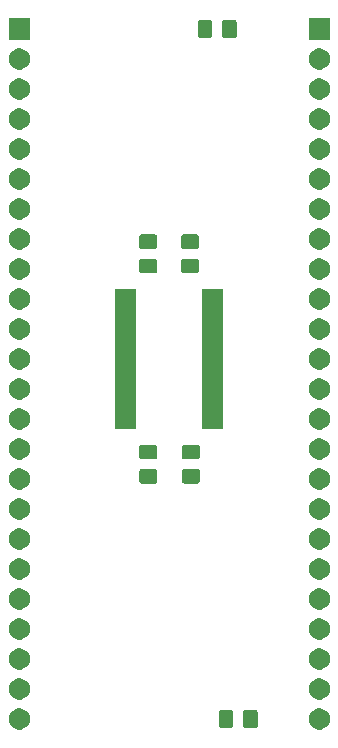
<source format=gbr>
G04 #@! TF.GenerationSoftware,KiCad,Pcbnew,(5.1.5)-3*
G04 #@! TF.CreationDate,2020-07-08T16:59:20-04:00*
G04 #@! TF.ProjectId,VFD Level Translator,56464420-4c65-4766-956c-205472616e73,rev?*
G04 #@! TF.SameCoordinates,Original*
G04 #@! TF.FileFunction,Soldermask,Top*
G04 #@! TF.FilePolarity,Negative*
%FSLAX46Y46*%
G04 Gerber Fmt 4.6, Leading zero omitted, Abs format (unit mm)*
G04 Created by KiCad (PCBNEW (5.1.5)-3) date 2020-07-08 16:59:20*
%MOMM*%
%LPD*%
G04 APERTURE LIST*
%ADD10C,0.100000*%
G04 APERTURE END LIST*
D10*
G36*
X144893512Y-95623927D02*
G01*
X145042812Y-95653624D01*
X145206784Y-95721544D01*
X145354354Y-95820147D01*
X145479853Y-95945646D01*
X145578456Y-96093216D01*
X145646376Y-96257188D01*
X145681000Y-96431259D01*
X145681000Y-96608741D01*
X145646376Y-96782812D01*
X145578456Y-96946784D01*
X145479853Y-97094354D01*
X145354354Y-97219853D01*
X145206784Y-97318456D01*
X145042812Y-97386376D01*
X144893512Y-97416073D01*
X144868742Y-97421000D01*
X144691258Y-97421000D01*
X144666488Y-97416073D01*
X144517188Y-97386376D01*
X144353216Y-97318456D01*
X144205646Y-97219853D01*
X144080147Y-97094354D01*
X143981544Y-96946784D01*
X143913624Y-96782812D01*
X143879000Y-96608741D01*
X143879000Y-96431259D01*
X143913624Y-96257188D01*
X143981544Y-96093216D01*
X144080147Y-95945646D01*
X144205646Y-95820147D01*
X144353216Y-95721544D01*
X144517188Y-95653624D01*
X144666488Y-95623927D01*
X144691258Y-95619000D01*
X144868742Y-95619000D01*
X144893512Y-95623927D01*
G37*
G36*
X119493512Y-95623927D02*
G01*
X119642812Y-95653624D01*
X119806784Y-95721544D01*
X119954354Y-95820147D01*
X120079853Y-95945646D01*
X120178456Y-96093216D01*
X120246376Y-96257188D01*
X120281000Y-96431259D01*
X120281000Y-96608741D01*
X120246376Y-96782812D01*
X120178456Y-96946784D01*
X120079853Y-97094354D01*
X119954354Y-97219853D01*
X119806784Y-97318456D01*
X119642812Y-97386376D01*
X119493512Y-97416073D01*
X119468742Y-97421000D01*
X119291258Y-97421000D01*
X119266488Y-97416073D01*
X119117188Y-97386376D01*
X118953216Y-97318456D01*
X118805646Y-97219853D01*
X118680147Y-97094354D01*
X118581544Y-96946784D01*
X118513624Y-96782812D01*
X118479000Y-96608741D01*
X118479000Y-96431259D01*
X118513624Y-96257188D01*
X118581544Y-96093216D01*
X118680147Y-95945646D01*
X118805646Y-95820147D01*
X118953216Y-95721544D01*
X119117188Y-95653624D01*
X119266488Y-95623927D01*
X119291258Y-95619000D01*
X119468742Y-95619000D01*
X119493512Y-95623927D01*
G37*
G36*
X137351674Y-95773465D02*
G01*
X137389367Y-95784899D01*
X137424103Y-95803466D01*
X137454548Y-95828452D01*
X137479534Y-95858897D01*
X137498101Y-95893633D01*
X137509535Y-95931326D01*
X137514000Y-95976661D01*
X137514000Y-97063339D01*
X137509535Y-97108674D01*
X137498101Y-97146367D01*
X137479534Y-97181103D01*
X137454548Y-97211548D01*
X137424103Y-97236534D01*
X137389367Y-97255101D01*
X137351674Y-97266535D01*
X137306339Y-97271000D01*
X136469661Y-97271000D01*
X136424326Y-97266535D01*
X136386633Y-97255101D01*
X136351897Y-97236534D01*
X136321452Y-97211548D01*
X136296466Y-97181103D01*
X136277899Y-97146367D01*
X136266465Y-97108674D01*
X136262000Y-97063339D01*
X136262000Y-95976661D01*
X136266465Y-95931326D01*
X136277899Y-95893633D01*
X136296466Y-95858897D01*
X136321452Y-95828452D01*
X136351897Y-95803466D01*
X136386633Y-95784899D01*
X136424326Y-95773465D01*
X136469661Y-95769000D01*
X137306339Y-95769000D01*
X137351674Y-95773465D01*
G37*
G36*
X139401674Y-95773465D02*
G01*
X139439367Y-95784899D01*
X139474103Y-95803466D01*
X139504548Y-95828452D01*
X139529534Y-95858897D01*
X139548101Y-95893633D01*
X139559535Y-95931326D01*
X139564000Y-95976661D01*
X139564000Y-97063339D01*
X139559535Y-97108674D01*
X139548101Y-97146367D01*
X139529534Y-97181103D01*
X139504548Y-97211548D01*
X139474103Y-97236534D01*
X139439367Y-97255101D01*
X139401674Y-97266535D01*
X139356339Y-97271000D01*
X138519661Y-97271000D01*
X138474326Y-97266535D01*
X138436633Y-97255101D01*
X138401897Y-97236534D01*
X138371452Y-97211548D01*
X138346466Y-97181103D01*
X138327899Y-97146367D01*
X138316465Y-97108674D01*
X138312000Y-97063339D01*
X138312000Y-95976661D01*
X138316465Y-95931326D01*
X138327899Y-95893633D01*
X138346466Y-95858897D01*
X138371452Y-95828452D01*
X138401897Y-95803466D01*
X138436633Y-95784899D01*
X138474326Y-95773465D01*
X138519661Y-95769000D01*
X139356339Y-95769000D01*
X139401674Y-95773465D01*
G37*
G36*
X144893512Y-93083927D02*
G01*
X145042812Y-93113624D01*
X145206784Y-93181544D01*
X145354354Y-93280147D01*
X145479853Y-93405646D01*
X145578456Y-93553216D01*
X145646376Y-93717188D01*
X145681000Y-93891259D01*
X145681000Y-94068741D01*
X145646376Y-94242812D01*
X145578456Y-94406784D01*
X145479853Y-94554354D01*
X145354354Y-94679853D01*
X145206784Y-94778456D01*
X145042812Y-94846376D01*
X144893512Y-94876073D01*
X144868742Y-94881000D01*
X144691258Y-94881000D01*
X144666488Y-94876073D01*
X144517188Y-94846376D01*
X144353216Y-94778456D01*
X144205646Y-94679853D01*
X144080147Y-94554354D01*
X143981544Y-94406784D01*
X143913624Y-94242812D01*
X143879000Y-94068741D01*
X143879000Y-93891259D01*
X143913624Y-93717188D01*
X143981544Y-93553216D01*
X144080147Y-93405646D01*
X144205646Y-93280147D01*
X144353216Y-93181544D01*
X144517188Y-93113624D01*
X144666488Y-93083927D01*
X144691258Y-93079000D01*
X144868742Y-93079000D01*
X144893512Y-93083927D01*
G37*
G36*
X119493512Y-93083927D02*
G01*
X119642812Y-93113624D01*
X119806784Y-93181544D01*
X119954354Y-93280147D01*
X120079853Y-93405646D01*
X120178456Y-93553216D01*
X120246376Y-93717188D01*
X120281000Y-93891259D01*
X120281000Y-94068741D01*
X120246376Y-94242812D01*
X120178456Y-94406784D01*
X120079853Y-94554354D01*
X119954354Y-94679853D01*
X119806784Y-94778456D01*
X119642812Y-94846376D01*
X119493512Y-94876073D01*
X119468742Y-94881000D01*
X119291258Y-94881000D01*
X119266488Y-94876073D01*
X119117188Y-94846376D01*
X118953216Y-94778456D01*
X118805646Y-94679853D01*
X118680147Y-94554354D01*
X118581544Y-94406784D01*
X118513624Y-94242812D01*
X118479000Y-94068741D01*
X118479000Y-93891259D01*
X118513624Y-93717188D01*
X118581544Y-93553216D01*
X118680147Y-93405646D01*
X118805646Y-93280147D01*
X118953216Y-93181544D01*
X119117188Y-93113624D01*
X119266488Y-93083927D01*
X119291258Y-93079000D01*
X119468742Y-93079000D01*
X119493512Y-93083927D01*
G37*
G36*
X119493512Y-90543927D02*
G01*
X119642812Y-90573624D01*
X119806784Y-90641544D01*
X119954354Y-90740147D01*
X120079853Y-90865646D01*
X120178456Y-91013216D01*
X120246376Y-91177188D01*
X120281000Y-91351259D01*
X120281000Y-91528741D01*
X120246376Y-91702812D01*
X120178456Y-91866784D01*
X120079853Y-92014354D01*
X119954354Y-92139853D01*
X119806784Y-92238456D01*
X119642812Y-92306376D01*
X119493512Y-92336073D01*
X119468742Y-92341000D01*
X119291258Y-92341000D01*
X119266488Y-92336073D01*
X119117188Y-92306376D01*
X118953216Y-92238456D01*
X118805646Y-92139853D01*
X118680147Y-92014354D01*
X118581544Y-91866784D01*
X118513624Y-91702812D01*
X118479000Y-91528741D01*
X118479000Y-91351259D01*
X118513624Y-91177188D01*
X118581544Y-91013216D01*
X118680147Y-90865646D01*
X118805646Y-90740147D01*
X118953216Y-90641544D01*
X119117188Y-90573624D01*
X119266488Y-90543927D01*
X119291258Y-90539000D01*
X119468742Y-90539000D01*
X119493512Y-90543927D01*
G37*
G36*
X144893512Y-90543927D02*
G01*
X145042812Y-90573624D01*
X145206784Y-90641544D01*
X145354354Y-90740147D01*
X145479853Y-90865646D01*
X145578456Y-91013216D01*
X145646376Y-91177188D01*
X145681000Y-91351259D01*
X145681000Y-91528741D01*
X145646376Y-91702812D01*
X145578456Y-91866784D01*
X145479853Y-92014354D01*
X145354354Y-92139853D01*
X145206784Y-92238456D01*
X145042812Y-92306376D01*
X144893512Y-92336073D01*
X144868742Y-92341000D01*
X144691258Y-92341000D01*
X144666488Y-92336073D01*
X144517188Y-92306376D01*
X144353216Y-92238456D01*
X144205646Y-92139853D01*
X144080147Y-92014354D01*
X143981544Y-91866784D01*
X143913624Y-91702812D01*
X143879000Y-91528741D01*
X143879000Y-91351259D01*
X143913624Y-91177188D01*
X143981544Y-91013216D01*
X144080147Y-90865646D01*
X144205646Y-90740147D01*
X144353216Y-90641544D01*
X144517188Y-90573624D01*
X144666488Y-90543927D01*
X144691258Y-90539000D01*
X144868742Y-90539000D01*
X144893512Y-90543927D01*
G37*
G36*
X144893512Y-88003927D02*
G01*
X145042812Y-88033624D01*
X145206784Y-88101544D01*
X145354354Y-88200147D01*
X145479853Y-88325646D01*
X145578456Y-88473216D01*
X145646376Y-88637188D01*
X145681000Y-88811259D01*
X145681000Y-88988741D01*
X145646376Y-89162812D01*
X145578456Y-89326784D01*
X145479853Y-89474354D01*
X145354354Y-89599853D01*
X145206784Y-89698456D01*
X145042812Y-89766376D01*
X144893512Y-89796073D01*
X144868742Y-89801000D01*
X144691258Y-89801000D01*
X144666488Y-89796073D01*
X144517188Y-89766376D01*
X144353216Y-89698456D01*
X144205646Y-89599853D01*
X144080147Y-89474354D01*
X143981544Y-89326784D01*
X143913624Y-89162812D01*
X143879000Y-88988741D01*
X143879000Y-88811259D01*
X143913624Y-88637188D01*
X143981544Y-88473216D01*
X144080147Y-88325646D01*
X144205646Y-88200147D01*
X144353216Y-88101544D01*
X144517188Y-88033624D01*
X144666488Y-88003927D01*
X144691258Y-87999000D01*
X144868742Y-87999000D01*
X144893512Y-88003927D01*
G37*
G36*
X119493512Y-88003927D02*
G01*
X119642812Y-88033624D01*
X119806784Y-88101544D01*
X119954354Y-88200147D01*
X120079853Y-88325646D01*
X120178456Y-88473216D01*
X120246376Y-88637188D01*
X120281000Y-88811259D01*
X120281000Y-88988741D01*
X120246376Y-89162812D01*
X120178456Y-89326784D01*
X120079853Y-89474354D01*
X119954354Y-89599853D01*
X119806784Y-89698456D01*
X119642812Y-89766376D01*
X119493512Y-89796073D01*
X119468742Y-89801000D01*
X119291258Y-89801000D01*
X119266488Y-89796073D01*
X119117188Y-89766376D01*
X118953216Y-89698456D01*
X118805646Y-89599853D01*
X118680147Y-89474354D01*
X118581544Y-89326784D01*
X118513624Y-89162812D01*
X118479000Y-88988741D01*
X118479000Y-88811259D01*
X118513624Y-88637188D01*
X118581544Y-88473216D01*
X118680147Y-88325646D01*
X118805646Y-88200147D01*
X118953216Y-88101544D01*
X119117188Y-88033624D01*
X119266488Y-88003927D01*
X119291258Y-87999000D01*
X119468742Y-87999000D01*
X119493512Y-88003927D01*
G37*
G36*
X144893512Y-85463927D02*
G01*
X145042812Y-85493624D01*
X145206784Y-85561544D01*
X145354354Y-85660147D01*
X145479853Y-85785646D01*
X145578456Y-85933216D01*
X145646376Y-86097188D01*
X145681000Y-86271259D01*
X145681000Y-86448741D01*
X145646376Y-86622812D01*
X145578456Y-86786784D01*
X145479853Y-86934354D01*
X145354354Y-87059853D01*
X145206784Y-87158456D01*
X145042812Y-87226376D01*
X144893512Y-87256073D01*
X144868742Y-87261000D01*
X144691258Y-87261000D01*
X144666488Y-87256073D01*
X144517188Y-87226376D01*
X144353216Y-87158456D01*
X144205646Y-87059853D01*
X144080147Y-86934354D01*
X143981544Y-86786784D01*
X143913624Y-86622812D01*
X143879000Y-86448741D01*
X143879000Y-86271259D01*
X143913624Y-86097188D01*
X143981544Y-85933216D01*
X144080147Y-85785646D01*
X144205646Y-85660147D01*
X144353216Y-85561544D01*
X144517188Y-85493624D01*
X144666488Y-85463927D01*
X144691258Y-85459000D01*
X144868742Y-85459000D01*
X144893512Y-85463927D01*
G37*
G36*
X119493512Y-85463927D02*
G01*
X119642812Y-85493624D01*
X119806784Y-85561544D01*
X119954354Y-85660147D01*
X120079853Y-85785646D01*
X120178456Y-85933216D01*
X120246376Y-86097188D01*
X120281000Y-86271259D01*
X120281000Y-86448741D01*
X120246376Y-86622812D01*
X120178456Y-86786784D01*
X120079853Y-86934354D01*
X119954354Y-87059853D01*
X119806784Y-87158456D01*
X119642812Y-87226376D01*
X119493512Y-87256073D01*
X119468742Y-87261000D01*
X119291258Y-87261000D01*
X119266488Y-87256073D01*
X119117188Y-87226376D01*
X118953216Y-87158456D01*
X118805646Y-87059853D01*
X118680147Y-86934354D01*
X118581544Y-86786784D01*
X118513624Y-86622812D01*
X118479000Y-86448741D01*
X118479000Y-86271259D01*
X118513624Y-86097188D01*
X118581544Y-85933216D01*
X118680147Y-85785646D01*
X118805646Y-85660147D01*
X118953216Y-85561544D01*
X119117188Y-85493624D01*
X119266488Y-85463927D01*
X119291258Y-85459000D01*
X119468742Y-85459000D01*
X119493512Y-85463927D01*
G37*
G36*
X119493512Y-82923927D02*
G01*
X119642812Y-82953624D01*
X119806784Y-83021544D01*
X119954354Y-83120147D01*
X120079853Y-83245646D01*
X120178456Y-83393216D01*
X120246376Y-83557188D01*
X120281000Y-83731259D01*
X120281000Y-83908741D01*
X120246376Y-84082812D01*
X120178456Y-84246784D01*
X120079853Y-84394354D01*
X119954354Y-84519853D01*
X119806784Y-84618456D01*
X119642812Y-84686376D01*
X119493512Y-84716073D01*
X119468742Y-84721000D01*
X119291258Y-84721000D01*
X119266488Y-84716073D01*
X119117188Y-84686376D01*
X118953216Y-84618456D01*
X118805646Y-84519853D01*
X118680147Y-84394354D01*
X118581544Y-84246784D01*
X118513624Y-84082812D01*
X118479000Y-83908741D01*
X118479000Y-83731259D01*
X118513624Y-83557188D01*
X118581544Y-83393216D01*
X118680147Y-83245646D01*
X118805646Y-83120147D01*
X118953216Y-83021544D01*
X119117188Y-82953624D01*
X119266488Y-82923927D01*
X119291258Y-82919000D01*
X119468742Y-82919000D01*
X119493512Y-82923927D01*
G37*
G36*
X144893512Y-82923927D02*
G01*
X145042812Y-82953624D01*
X145206784Y-83021544D01*
X145354354Y-83120147D01*
X145479853Y-83245646D01*
X145578456Y-83393216D01*
X145646376Y-83557188D01*
X145681000Y-83731259D01*
X145681000Y-83908741D01*
X145646376Y-84082812D01*
X145578456Y-84246784D01*
X145479853Y-84394354D01*
X145354354Y-84519853D01*
X145206784Y-84618456D01*
X145042812Y-84686376D01*
X144893512Y-84716073D01*
X144868742Y-84721000D01*
X144691258Y-84721000D01*
X144666488Y-84716073D01*
X144517188Y-84686376D01*
X144353216Y-84618456D01*
X144205646Y-84519853D01*
X144080147Y-84394354D01*
X143981544Y-84246784D01*
X143913624Y-84082812D01*
X143879000Y-83908741D01*
X143879000Y-83731259D01*
X143913624Y-83557188D01*
X143981544Y-83393216D01*
X144080147Y-83245646D01*
X144205646Y-83120147D01*
X144353216Y-83021544D01*
X144517188Y-82953624D01*
X144666488Y-82923927D01*
X144691258Y-82919000D01*
X144868742Y-82919000D01*
X144893512Y-82923927D01*
G37*
G36*
X119493512Y-80383927D02*
G01*
X119642812Y-80413624D01*
X119806784Y-80481544D01*
X119954354Y-80580147D01*
X120079853Y-80705646D01*
X120178456Y-80853216D01*
X120246376Y-81017188D01*
X120281000Y-81191259D01*
X120281000Y-81368741D01*
X120246376Y-81542812D01*
X120178456Y-81706784D01*
X120079853Y-81854354D01*
X119954354Y-81979853D01*
X119806784Y-82078456D01*
X119642812Y-82146376D01*
X119493512Y-82176073D01*
X119468742Y-82181000D01*
X119291258Y-82181000D01*
X119266488Y-82176073D01*
X119117188Y-82146376D01*
X118953216Y-82078456D01*
X118805646Y-81979853D01*
X118680147Y-81854354D01*
X118581544Y-81706784D01*
X118513624Y-81542812D01*
X118479000Y-81368741D01*
X118479000Y-81191259D01*
X118513624Y-81017188D01*
X118581544Y-80853216D01*
X118680147Y-80705646D01*
X118805646Y-80580147D01*
X118953216Y-80481544D01*
X119117188Y-80413624D01*
X119266488Y-80383927D01*
X119291258Y-80379000D01*
X119468742Y-80379000D01*
X119493512Y-80383927D01*
G37*
G36*
X144893512Y-80383927D02*
G01*
X145042812Y-80413624D01*
X145206784Y-80481544D01*
X145354354Y-80580147D01*
X145479853Y-80705646D01*
X145578456Y-80853216D01*
X145646376Y-81017188D01*
X145681000Y-81191259D01*
X145681000Y-81368741D01*
X145646376Y-81542812D01*
X145578456Y-81706784D01*
X145479853Y-81854354D01*
X145354354Y-81979853D01*
X145206784Y-82078456D01*
X145042812Y-82146376D01*
X144893512Y-82176073D01*
X144868742Y-82181000D01*
X144691258Y-82181000D01*
X144666488Y-82176073D01*
X144517188Y-82146376D01*
X144353216Y-82078456D01*
X144205646Y-81979853D01*
X144080147Y-81854354D01*
X143981544Y-81706784D01*
X143913624Y-81542812D01*
X143879000Y-81368741D01*
X143879000Y-81191259D01*
X143913624Y-81017188D01*
X143981544Y-80853216D01*
X144080147Y-80705646D01*
X144205646Y-80580147D01*
X144353216Y-80481544D01*
X144517188Y-80413624D01*
X144666488Y-80383927D01*
X144691258Y-80379000D01*
X144868742Y-80379000D01*
X144893512Y-80383927D01*
G37*
G36*
X144893512Y-77843927D02*
G01*
X145042812Y-77873624D01*
X145206784Y-77941544D01*
X145354354Y-78040147D01*
X145479853Y-78165646D01*
X145578456Y-78313216D01*
X145646376Y-78477188D01*
X145681000Y-78651259D01*
X145681000Y-78828741D01*
X145646376Y-79002812D01*
X145578456Y-79166784D01*
X145479853Y-79314354D01*
X145354354Y-79439853D01*
X145206784Y-79538456D01*
X145042812Y-79606376D01*
X144893512Y-79636073D01*
X144868742Y-79641000D01*
X144691258Y-79641000D01*
X144666488Y-79636073D01*
X144517188Y-79606376D01*
X144353216Y-79538456D01*
X144205646Y-79439853D01*
X144080147Y-79314354D01*
X143981544Y-79166784D01*
X143913624Y-79002812D01*
X143879000Y-78828741D01*
X143879000Y-78651259D01*
X143913624Y-78477188D01*
X143981544Y-78313216D01*
X144080147Y-78165646D01*
X144205646Y-78040147D01*
X144353216Y-77941544D01*
X144517188Y-77873624D01*
X144666488Y-77843927D01*
X144691258Y-77839000D01*
X144868742Y-77839000D01*
X144893512Y-77843927D01*
G37*
G36*
X119493512Y-77843927D02*
G01*
X119642812Y-77873624D01*
X119806784Y-77941544D01*
X119954354Y-78040147D01*
X120079853Y-78165646D01*
X120178456Y-78313216D01*
X120246376Y-78477188D01*
X120281000Y-78651259D01*
X120281000Y-78828741D01*
X120246376Y-79002812D01*
X120178456Y-79166784D01*
X120079853Y-79314354D01*
X119954354Y-79439853D01*
X119806784Y-79538456D01*
X119642812Y-79606376D01*
X119493512Y-79636073D01*
X119468742Y-79641000D01*
X119291258Y-79641000D01*
X119266488Y-79636073D01*
X119117188Y-79606376D01*
X118953216Y-79538456D01*
X118805646Y-79439853D01*
X118680147Y-79314354D01*
X118581544Y-79166784D01*
X118513624Y-79002812D01*
X118479000Y-78828741D01*
X118479000Y-78651259D01*
X118513624Y-78477188D01*
X118581544Y-78313216D01*
X118680147Y-78165646D01*
X118805646Y-78040147D01*
X118953216Y-77941544D01*
X119117188Y-77873624D01*
X119266488Y-77843927D01*
X119291258Y-77839000D01*
X119468742Y-77839000D01*
X119493512Y-77843927D01*
G37*
G36*
X144893512Y-75303927D02*
G01*
X145042812Y-75333624D01*
X145206784Y-75401544D01*
X145354354Y-75500147D01*
X145479853Y-75625646D01*
X145578456Y-75773216D01*
X145646376Y-75937188D01*
X145681000Y-76111259D01*
X145681000Y-76288741D01*
X145646376Y-76462812D01*
X145578456Y-76626784D01*
X145479853Y-76774354D01*
X145354354Y-76899853D01*
X145206784Y-76998456D01*
X145042812Y-77066376D01*
X144893512Y-77096073D01*
X144868742Y-77101000D01*
X144691258Y-77101000D01*
X144666488Y-77096073D01*
X144517188Y-77066376D01*
X144353216Y-76998456D01*
X144205646Y-76899853D01*
X144080147Y-76774354D01*
X143981544Y-76626784D01*
X143913624Y-76462812D01*
X143879000Y-76288741D01*
X143879000Y-76111259D01*
X143913624Y-75937188D01*
X143981544Y-75773216D01*
X144080147Y-75625646D01*
X144205646Y-75500147D01*
X144353216Y-75401544D01*
X144517188Y-75333624D01*
X144666488Y-75303927D01*
X144691258Y-75299000D01*
X144868742Y-75299000D01*
X144893512Y-75303927D01*
G37*
G36*
X119493512Y-75303927D02*
G01*
X119642812Y-75333624D01*
X119806784Y-75401544D01*
X119954354Y-75500147D01*
X120079853Y-75625646D01*
X120178456Y-75773216D01*
X120246376Y-75937188D01*
X120281000Y-76111259D01*
X120281000Y-76288741D01*
X120246376Y-76462812D01*
X120178456Y-76626784D01*
X120079853Y-76774354D01*
X119954354Y-76899853D01*
X119806784Y-76998456D01*
X119642812Y-77066376D01*
X119493512Y-77096073D01*
X119468742Y-77101000D01*
X119291258Y-77101000D01*
X119266488Y-77096073D01*
X119117188Y-77066376D01*
X118953216Y-76998456D01*
X118805646Y-76899853D01*
X118680147Y-76774354D01*
X118581544Y-76626784D01*
X118513624Y-76462812D01*
X118479000Y-76288741D01*
X118479000Y-76111259D01*
X118513624Y-75937188D01*
X118581544Y-75773216D01*
X118680147Y-75625646D01*
X118805646Y-75500147D01*
X118953216Y-75401544D01*
X119117188Y-75333624D01*
X119266488Y-75303927D01*
X119291258Y-75299000D01*
X119468742Y-75299000D01*
X119493512Y-75303927D01*
G37*
G36*
X134497474Y-75342465D02*
G01*
X134535167Y-75353899D01*
X134569903Y-75372466D01*
X134600348Y-75397452D01*
X134625334Y-75427897D01*
X134643901Y-75462633D01*
X134655335Y-75500326D01*
X134659800Y-75545661D01*
X134659800Y-76382339D01*
X134655335Y-76427674D01*
X134643901Y-76465367D01*
X134625334Y-76500103D01*
X134600348Y-76530548D01*
X134569903Y-76555534D01*
X134535167Y-76574101D01*
X134497474Y-76585535D01*
X134452139Y-76590000D01*
X133365461Y-76590000D01*
X133320126Y-76585535D01*
X133282433Y-76574101D01*
X133247697Y-76555534D01*
X133217252Y-76530548D01*
X133192266Y-76500103D01*
X133173699Y-76465367D01*
X133162265Y-76427674D01*
X133157800Y-76382339D01*
X133157800Y-75545661D01*
X133162265Y-75500326D01*
X133173699Y-75462633D01*
X133192266Y-75427897D01*
X133217252Y-75397452D01*
X133247697Y-75372466D01*
X133282433Y-75353899D01*
X133320126Y-75342465D01*
X133365461Y-75338000D01*
X134452139Y-75338000D01*
X134497474Y-75342465D01*
G37*
G36*
X130890674Y-75342465D02*
G01*
X130928367Y-75353899D01*
X130963103Y-75372466D01*
X130993548Y-75397452D01*
X131018534Y-75427897D01*
X131037101Y-75462633D01*
X131048535Y-75500326D01*
X131053000Y-75545661D01*
X131053000Y-76382339D01*
X131048535Y-76427674D01*
X131037101Y-76465367D01*
X131018534Y-76500103D01*
X130993548Y-76530548D01*
X130963103Y-76555534D01*
X130928367Y-76574101D01*
X130890674Y-76585535D01*
X130845339Y-76590000D01*
X129758661Y-76590000D01*
X129713326Y-76585535D01*
X129675633Y-76574101D01*
X129640897Y-76555534D01*
X129610452Y-76530548D01*
X129585466Y-76500103D01*
X129566899Y-76465367D01*
X129555465Y-76427674D01*
X129551000Y-76382339D01*
X129551000Y-75545661D01*
X129555465Y-75500326D01*
X129566899Y-75462633D01*
X129585466Y-75427897D01*
X129610452Y-75397452D01*
X129640897Y-75372466D01*
X129675633Y-75353899D01*
X129713326Y-75342465D01*
X129758661Y-75338000D01*
X130845339Y-75338000D01*
X130890674Y-75342465D01*
G37*
G36*
X119493512Y-72763927D02*
G01*
X119642812Y-72793624D01*
X119806784Y-72861544D01*
X119954354Y-72960147D01*
X120079853Y-73085646D01*
X120178456Y-73233216D01*
X120246376Y-73397188D01*
X120281000Y-73571259D01*
X120281000Y-73748741D01*
X120246376Y-73922812D01*
X120178456Y-74086784D01*
X120079853Y-74234354D01*
X119954354Y-74359853D01*
X119806784Y-74458456D01*
X119642812Y-74526376D01*
X119493512Y-74556073D01*
X119468742Y-74561000D01*
X119291258Y-74561000D01*
X119266488Y-74556073D01*
X119117188Y-74526376D01*
X118953216Y-74458456D01*
X118805646Y-74359853D01*
X118680147Y-74234354D01*
X118581544Y-74086784D01*
X118513624Y-73922812D01*
X118479000Y-73748741D01*
X118479000Y-73571259D01*
X118513624Y-73397188D01*
X118581544Y-73233216D01*
X118680147Y-73085646D01*
X118805646Y-72960147D01*
X118953216Y-72861544D01*
X119117188Y-72793624D01*
X119266488Y-72763927D01*
X119291258Y-72759000D01*
X119468742Y-72759000D01*
X119493512Y-72763927D01*
G37*
G36*
X144893512Y-72763927D02*
G01*
X145042812Y-72793624D01*
X145206784Y-72861544D01*
X145354354Y-72960147D01*
X145479853Y-73085646D01*
X145578456Y-73233216D01*
X145646376Y-73397188D01*
X145681000Y-73571259D01*
X145681000Y-73748741D01*
X145646376Y-73922812D01*
X145578456Y-74086784D01*
X145479853Y-74234354D01*
X145354354Y-74359853D01*
X145206784Y-74458456D01*
X145042812Y-74526376D01*
X144893512Y-74556073D01*
X144868742Y-74561000D01*
X144691258Y-74561000D01*
X144666488Y-74556073D01*
X144517188Y-74526376D01*
X144353216Y-74458456D01*
X144205646Y-74359853D01*
X144080147Y-74234354D01*
X143981544Y-74086784D01*
X143913624Y-73922812D01*
X143879000Y-73748741D01*
X143879000Y-73571259D01*
X143913624Y-73397188D01*
X143981544Y-73233216D01*
X144080147Y-73085646D01*
X144205646Y-72960147D01*
X144353216Y-72861544D01*
X144517188Y-72793624D01*
X144666488Y-72763927D01*
X144691258Y-72759000D01*
X144868742Y-72759000D01*
X144893512Y-72763927D01*
G37*
G36*
X134497474Y-73292465D02*
G01*
X134535167Y-73303899D01*
X134569903Y-73322466D01*
X134600348Y-73347452D01*
X134625334Y-73377897D01*
X134643901Y-73412633D01*
X134655335Y-73450326D01*
X134659800Y-73495661D01*
X134659800Y-74332339D01*
X134655335Y-74377674D01*
X134643901Y-74415367D01*
X134625334Y-74450103D01*
X134600348Y-74480548D01*
X134569903Y-74505534D01*
X134535167Y-74524101D01*
X134497474Y-74535535D01*
X134452139Y-74540000D01*
X133365461Y-74540000D01*
X133320126Y-74535535D01*
X133282433Y-74524101D01*
X133247697Y-74505534D01*
X133217252Y-74480548D01*
X133192266Y-74450103D01*
X133173699Y-74415367D01*
X133162265Y-74377674D01*
X133157800Y-74332339D01*
X133157800Y-73495661D01*
X133162265Y-73450326D01*
X133173699Y-73412633D01*
X133192266Y-73377897D01*
X133217252Y-73347452D01*
X133247697Y-73322466D01*
X133282433Y-73303899D01*
X133320126Y-73292465D01*
X133365461Y-73288000D01*
X134452139Y-73288000D01*
X134497474Y-73292465D01*
G37*
G36*
X130890674Y-73292465D02*
G01*
X130928367Y-73303899D01*
X130963103Y-73322466D01*
X130993548Y-73347452D01*
X131018534Y-73377897D01*
X131037101Y-73412633D01*
X131048535Y-73450326D01*
X131053000Y-73495661D01*
X131053000Y-74332339D01*
X131048535Y-74377674D01*
X131037101Y-74415367D01*
X131018534Y-74450103D01*
X130993548Y-74480548D01*
X130963103Y-74505534D01*
X130928367Y-74524101D01*
X130890674Y-74535535D01*
X130845339Y-74540000D01*
X129758661Y-74540000D01*
X129713326Y-74535535D01*
X129675633Y-74524101D01*
X129640897Y-74505534D01*
X129610452Y-74480548D01*
X129585466Y-74450103D01*
X129566899Y-74415367D01*
X129555465Y-74377674D01*
X129551000Y-74332339D01*
X129551000Y-73495661D01*
X129555465Y-73450326D01*
X129566899Y-73412633D01*
X129585466Y-73377897D01*
X129610452Y-73347452D01*
X129640897Y-73322466D01*
X129675633Y-73303899D01*
X129713326Y-73292465D01*
X129758661Y-73288000D01*
X130845339Y-73288000D01*
X130890674Y-73292465D01*
G37*
G36*
X144893512Y-70223927D02*
G01*
X145042812Y-70253624D01*
X145206784Y-70321544D01*
X145354354Y-70420147D01*
X145479853Y-70545646D01*
X145578456Y-70693216D01*
X145646376Y-70857188D01*
X145681000Y-71031259D01*
X145681000Y-71208741D01*
X145646376Y-71382812D01*
X145578456Y-71546784D01*
X145479853Y-71694354D01*
X145354354Y-71819853D01*
X145206784Y-71918456D01*
X145042812Y-71986376D01*
X144893512Y-72016073D01*
X144868742Y-72021000D01*
X144691258Y-72021000D01*
X144666488Y-72016073D01*
X144517188Y-71986376D01*
X144353216Y-71918456D01*
X144205646Y-71819853D01*
X144080147Y-71694354D01*
X143981544Y-71546784D01*
X143913624Y-71382812D01*
X143879000Y-71208741D01*
X143879000Y-71031259D01*
X143913624Y-70857188D01*
X143981544Y-70693216D01*
X144080147Y-70545646D01*
X144205646Y-70420147D01*
X144353216Y-70321544D01*
X144517188Y-70253624D01*
X144666488Y-70223927D01*
X144691258Y-70219000D01*
X144868742Y-70219000D01*
X144893512Y-70223927D01*
G37*
G36*
X119493512Y-70223927D02*
G01*
X119642812Y-70253624D01*
X119806784Y-70321544D01*
X119954354Y-70420147D01*
X120079853Y-70545646D01*
X120178456Y-70693216D01*
X120246376Y-70857188D01*
X120281000Y-71031259D01*
X120281000Y-71208741D01*
X120246376Y-71382812D01*
X120178456Y-71546784D01*
X120079853Y-71694354D01*
X119954354Y-71819853D01*
X119806784Y-71918456D01*
X119642812Y-71986376D01*
X119493512Y-72016073D01*
X119468742Y-72021000D01*
X119291258Y-72021000D01*
X119266488Y-72016073D01*
X119117188Y-71986376D01*
X118953216Y-71918456D01*
X118805646Y-71819853D01*
X118680147Y-71694354D01*
X118581544Y-71546784D01*
X118513624Y-71382812D01*
X118479000Y-71208741D01*
X118479000Y-71031259D01*
X118513624Y-70857188D01*
X118581544Y-70693216D01*
X118680147Y-70545646D01*
X118805646Y-70420147D01*
X118953216Y-70321544D01*
X119117188Y-70253624D01*
X119266488Y-70223927D01*
X119291258Y-70219000D01*
X119468742Y-70219000D01*
X119493512Y-70223927D01*
G37*
G36*
X129298900Y-71980701D02*
G01*
X127520500Y-71980701D01*
X127520500Y-60099301D01*
X129298900Y-60099301D01*
X129298900Y-71980701D01*
G37*
G36*
X136639500Y-71980699D02*
G01*
X134861100Y-71980699D01*
X134861100Y-60099299D01*
X136639500Y-60099299D01*
X136639500Y-71980699D01*
G37*
G36*
X119493512Y-67683927D02*
G01*
X119642812Y-67713624D01*
X119806784Y-67781544D01*
X119954354Y-67880147D01*
X120079853Y-68005646D01*
X120178456Y-68153216D01*
X120246376Y-68317188D01*
X120281000Y-68491259D01*
X120281000Y-68668741D01*
X120246376Y-68842812D01*
X120178456Y-69006784D01*
X120079853Y-69154354D01*
X119954354Y-69279853D01*
X119806784Y-69378456D01*
X119642812Y-69446376D01*
X119493512Y-69476073D01*
X119468742Y-69481000D01*
X119291258Y-69481000D01*
X119266488Y-69476073D01*
X119117188Y-69446376D01*
X118953216Y-69378456D01*
X118805646Y-69279853D01*
X118680147Y-69154354D01*
X118581544Y-69006784D01*
X118513624Y-68842812D01*
X118479000Y-68668741D01*
X118479000Y-68491259D01*
X118513624Y-68317188D01*
X118581544Y-68153216D01*
X118680147Y-68005646D01*
X118805646Y-67880147D01*
X118953216Y-67781544D01*
X119117188Y-67713624D01*
X119266488Y-67683927D01*
X119291258Y-67679000D01*
X119468742Y-67679000D01*
X119493512Y-67683927D01*
G37*
G36*
X144893512Y-67683927D02*
G01*
X145042812Y-67713624D01*
X145206784Y-67781544D01*
X145354354Y-67880147D01*
X145479853Y-68005646D01*
X145578456Y-68153216D01*
X145646376Y-68317188D01*
X145681000Y-68491259D01*
X145681000Y-68668741D01*
X145646376Y-68842812D01*
X145578456Y-69006784D01*
X145479853Y-69154354D01*
X145354354Y-69279853D01*
X145206784Y-69378456D01*
X145042812Y-69446376D01*
X144893512Y-69476073D01*
X144868742Y-69481000D01*
X144691258Y-69481000D01*
X144666488Y-69476073D01*
X144517188Y-69446376D01*
X144353216Y-69378456D01*
X144205646Y-69279853D01*
X144080147Y-69154354D01*
X143981544Y-69006784D01*
X143913624Y-68842812D01*
X143879000Y-68668741D01*
X143879000Y-68491259D01*
X143913624Y-68317188D01*
X143981544Y-68153216D01*
X144080147Y-68005646D01*
X144205646Y-67880147D01*
X144353216Y-67781544D01*
X144517188Y-67713624D01*
X144666488Y-67683927D01*
X144691258Y-67679000D01*
X144868742Y-67679000D01*
X144893512Y-67683927D01*
G37*
G36*
X144893512Y-65143927D02*
G01*
X145042812Y-65173624D01*
X145206784Y-65241544D01*
X145354354Y-65340147D01*
X145479853Y-65465646D01*
X145578456Y-65613216D01*
X145646376Y-65777188D01*
X145681000Y-65951259D01*
X145681000Y-66128741D01*
X145646376Y-66302812D01*
X145578456Y-66466784D01*
X145479853Y-66614354D01*
X145354354Y-66739853D01*
X145206784Y-66838456D01*
X145042812Y-66906376D01*
X144893512Y-66936073D01*
X144868742Y-66941000D01*
X144691258Y-66941000D01*
X144666488Y-66936073D01*
X144517188Y-66906376D01*
X144353216Y-66838456D01*
X144205646Y-66739853D01*
X144080147Y-66614354D01*
X143981544Y-66466784D01*
X143913624Y-66302812D01*
X143879000Y-66128741D01*
X143879000Y-65951259D01*
X143913624Y-65777188D01*
X143981544Y-65613216D01*
X144080147Y-65465646D01*
X144205646Y-65340147D01*
X144353216Y-65241544D01*
X144517188Y-65173624D01*
X144666488Y-65143927D01*
X144691258Y-65139000D01*
X144868742Y-65139000D01*
X144893512Y-65143927D01*
G37*
G36*
X119493512Y-65143927D02*
G01*
X119642812Y-65173624D01*
X119806784Y-65241544D01*
X119954354Y-65340147D01*
X120079853Y-65465646D01*
X120178456Y-65613216D01*
X120246376Y-65777188D01*
X120281000Y-65951259D01*
X120281000Y-66128741D01*
X120246376Y-66302812D01*
X120178456Y-66466784D01*
X120079853Y-66614354D01*
X119954354Y-66739853D01*
X119806784Y-66838456D01*
X119642812Y-66906376D01*
X119493512Y-66936073D01*
X119468742Y-66941000D01*
X119291258Y-66941000D01*
X119266488Y-66936073D01*
X119117188Y-66906376D01*
X118953216Y-66838456D01*
X118805646Y-66739853D01*
X118680147Y-66614354D01*
X118581544Y-66466784D01*
X118513624Y-66302812D01*
X118479000Y-66128741D01*
X118479000Y-65951259D01*
X118513624Y-65777188D01*
X118581544Y-65613216D01*
X118680147Y-65465646D01*
X118805646Y-65340147D01*
X118953216Y-65241544D01*
X119117188Y-65173624D01*
X119266488Y-65143927D01*
X119291258Y-65139000D01*
X119468742Y-65139000D01*
X119493512Y-65143927D01*
G37*
G36*
X119493512Y-62603927D02*
G01*
X119642812Y-62633624D01*
X119806784Y-62701544D01*
X119954354Y-62800147D01*
X120079853Y-62925646D01*
X120178456Y-63073216D01*
X120246376Y-63237188D01*
X120281000Y-63411259D01*
X120281000Y-63588741D01*
X120246376Y-63762812D01*
X120178456Y-63926784D01*
X120079853Y-64074354D01*
X119954354Y-64199853D01*
X119806784Y-64298456D01*
X119642812Y-64366376D01*
X119493512Y-64396073D01*
X119468742Y-64401000D01*
X119291258Y-64401000D01*
X119266488Y-64396073D01*
X119117188Y-64366376D01*
X118953216Y-64298456D01*
X118805646Y-64199853D01*
X118680147Y-64074354D01*
X118581544Y-63926784D01*
X118513624Y-63762812D01*
X118479000Y-63588741D01*
X118479000Y-63411259D01*
X118513624Y-63237188D01*
X118581544Y-63073216D01*
X118680147Y-62925646D01*
X118805646Y-62800147D01*
X118953216Y-62701544D01*
X119117188Y-62633624D01*
X119266488Y-62603927D01*
X119291258Y-62599000D01*
X119468742Y-62599000D01*
X119493512Y-62603927D01*
G37*
G36*
X144893512Y-62603927D02*
G01*
X145042812Y-62633624D01*
X145206784Y-62701544D01*
X145354354Y-62800147D01*
X145479853Y-62925646D01*
X145578456Y-63073216D01*
X145646376Y-63237188D01*
X145681000Y-63411259D01*
X145681000Y-63588741D01*
X145646376Y-63762812D01*
X145578456Y-63926784D01*
X145479853Y-64074354D01*
X145354354Y-64199853D01*
X145206784Y-64298456D01*
X145042812Y-64366376D01*
X144893512Y-64396073D01*
X144868742Y-64401000D01*
X144691258Y-64401000D01*
X144666488Y-64396073D01*
X144517188Y-64366376D01*
X144353216Y-64298456D01*
X144205646Y-64199853D01*
X144080147Y-64074354D01*
X143981544Y-63926784D01*
X143913624Y-63762812D01*
X143879000Y-63588741D01*
X143879000Y-63411259D01*
X143913624Y-63237188D01*
X143981544Y-63073216D01*
X144080147Y-62925646D01*
X144205646Y-62800147D01*
X144353216Y-62701544D01*
X144517188Y-62633624D01*
X144666488Y-62603927D01*
X144691258Y-62599000D01*
X144868742Y-62599000D01*
X144893512Y-62603927D01*
G37*
G36*
X119493512Y-60063927D02*
G01*
X119642812Y-60093624D01*
X119806784Y-60161544D01*
X119954354Y-60260147D01*
X120079853Y-60385646D01*
X120178456Y-60533216D01*
X120246376Y-60697188D01*
X120281000Y-60871259D01*
X120281000Y-61048741D01*
X120246376Y-61222812D01*
X120178456Y-61386784D01*
X120079853Y-61534354D01*
X119954354Y-61659853D01*
X119806784Y-61758456D01*
X119642812Y-61826376D01*
X119493512Y-61856073D01*
X119468742Y-61861000D01*
X119291258Y-61861000D01*
X119266488Y-61856073D01*
X119117188Y-61826376D01*
X118953216Y-61758456D01*
X118805646Y-61659853D01*
X118680147Y-61534354D01*
X118581544Y-61386784D01*
X118513624Y-61222812D01*
X118479000Y-61048741D01*
X118479000Y-60871259D01*
X118513624Y-60697188D01*
X118581544Y-60533216D01*
X118680147Y-60385646D01*
X118805646Y-60260147D01*
X118953216Y-60161544D01*
X119117188Y-60093624D01*
X119266488Y-60063927D01*
X119291258Y-60059000D01*
X119468742Y-60059000D01*
X119493512Y-60063927D01*
G37*
G36*
X144893512Y-60063927D02*
G01*
X145042812Y-60093624D01*
X145206784Y-60161544D01*
X145354354Y-60260147D01*
X145479853Y-60385646D01*
X145578456Y-60533216D01*
X145646376Y-60697188D01*
X145681000Y-60871259D01*
X145681000Y-61048741D01*
X145646376Y-61222812D01*
X145578456Y-61386784D01*
X145479853Y-61534354D01*
X145354354Y-61659853D01*
X145206784Y-61758456D01*
X145042812Y-61826376D01*
X144893512Y-61856073D01*
X144868742Y-61861000D01*
X144691258Y-61861000D01*
X144666488Y-61856073D01*
X144517188Y-61826376D01*
X144353216Y-61758456D01*
X144205646Y-61659853D01*
X144080147Y-61534354D01*
X143981544Y-61386784D01*
X143913624Y-61222812D01*
X143879000Y-61048741D01*
X143879000Y-60871259D01*
X143913624Y-60697188D01*
X143981544Y-60533216D01*
X144080147Y-60385646D01*
X144205646Y-60260147D01*
X144353216Y-60161544D01*
X144517188Y-60093624D01*
X144666488Y-60063927D01*
X144691258Y-60059000D01*
X144868742Y-60059000D01*
X144893512Y-60063927D01*
G37*
G36*
X119493512Y-57523927D02*
G01*
X119642812Y-57553624D01*
X119806784Y-57621544D01*
X119954354Y-57720147D01*
X120079853Y-57845646D01*
X120178456Y-57993216D01*
X120246376Y-58157188D01*
X120281000Y-58331259D01*
X120281000Y-58508741D01*
X120246376Y-58682812D01*
X120178456Y-58846784D01*
X120079853Y-58994354D01*
X119954354Y-59119853D01*
X119806784Y-59218456D01*
X119642812Y-59286376D01*
X119493512Y-59316073D01*
X119468742Y-59321000D01*
X119291258Y-59321000D01*
X119266488Y-59316073D01*
X119117188Y-59286376D01*
X118953216Y-59218456D01*
X118805646Y-59119853D01*
X118680147Y-58994354D01*
X118581544Y-58846784D01*
X118513624Y-58682812D01*
X118479000Y-58508741D01*
X118479000Y-58331259D01*
X118513624Y-58157188D01*
X118581544Y-57993216D01*
X118680147Y-57845646D01*
X118805646Y-57720147D01*
X118953216Y-57621544D01*
X119117188Y-57553624D01*
X119266488Y-57523927D01*
X119291258Y-57519000D01*
X119468742Y-57519000D01*
X119493512Y-57523927D01*
G37*
G36*
X144893512Y-57523927D02*
G01*
X145042812Y-57553624D01*
X145206784Y-57621544D01*
X145354354Y-57720147D01*
X145479853Y-57845646D01*
X145578456Y-57993216D01*
X145646376Y-58157188D01*
X145681000Y-58331259D01*
X145681000Y-58508741D01*
X145646376Y-58682812D01*
X145578456Y-58846784D01*
X145479853Y-58994354D01*
X145354354Y-59119853D01*
X145206784Y-59218456D01*
X145042812Y-59286376D01*
X144893512Y-59316073D01*
X144868742Y-59321000D01*
X144691258Y-59321000D01*
X144666488Y-59316073D01*
X144517188Y-59286376D01*
X144353216Y-59218456D01*
X144205646Y-59119853D01*
X144080147Y-58994354D01*
X143981544Y-58846784D01*
X143913624Y-58682812D01*
X143879000Y-58508741D01*
X143879000Y-58331259D01*
X143913624Y-58157188D01*
X143981544Y-57993216D01*
X144080147Y-57845646D01*
X144205646Y-57720147D01*
X144353216Y-57621544D01*
X144517188Y-57553624D01*
X144666488Y-57523927D01*
X144691258Y-57519000D01*
X144868742Y-57519000D01*
X144893512Y-57523927D01*
G37*
G36*
X130890674Y-57544465D02*
G01*
X130928367Y-57555899D01*
X130963103Y-57574466D01*
X130993548Y-57599452D01*
X131018534Y-57629897D01*
X131037101Y-57664633D01*
X131048535Y-57702326D01*
X131053000Y-57747661D01*
X131053000Y-58584339D01*
X131048535Y-58629674D01*
X131037101Y-58667367D01*
X131018534Y-58702103D01*
X130993548Y-58732548D01*
X130963103Y-58757534D01*
X130928367Y-58776101D01*
X130890674Y-58787535D01*
X130845339Y-58792000D01*
X129758661Y-58792000D01*
X129713326Y-58787535D01*
X129675633Y-58776101D01*
X129640897Y-58757534D01*
X129610452Y-58732548D01*
X129585466Y-58702103D01*
X129566899Y-58667367D01*
X129555465Y-58629674D01*
X129551000Y-58584339D01*
X129551000Y-57747661D01*
X129555465Y-57702326D01*
X129566899Y-57664633D01*
X129585466Y-57629897D01*
X129610452Y-57599452D01*
X129640897Y-57574466D01*
X129675633Y-57555899D01*
X129713326Y-57544465D01*
X129758661Y-57540000D01*
X130845339Y-57540000D01*
X130890674Y-57544465D01*
G37*
G36*
X134421274Y-57544465D02*
G01*
X134458967Y-57555899D01*
X134493703Y-57574466D01*
X134524148Y-57599452D01*
X134549134Y-57629897D01*
X134567701Y-57664633D01*
X134579135Y-57702326D01*
X134583600Y-57747661D01*
X134583600Y-58584339D01*
X134579135Y-58629674D01*
X134567701Y-58667367D01*
X134549134Y-58702103D01*
X134524148Y-58732548D01*
X134493703Y-58757534D01*
X134458967Y-58776101D01*
X134421274Y-58787535D01*
X134375939Y-58792000D01*
X133289261Y-58792000D01*
X133243926Y-58787535D01*
X133206233Y-58776101D01*
X133171497Y-58757534D01*
X133141052Y-58732548D01*
X133116066Y-58702103D01*
X133097499Y-58667367D01*
X133086065Y-58629674D01*
X133081600Y-58584339D01*
X133081600Y-57747661D01*
X133086065Y-57702326D01*
X133097499Y-57664633D01*
X133116066Y-57629897D01*
X133141052Y-57599452D01*
X133171497Y-57574466D01*
X133206233Y-57555899D01*
X133243926Y-57544465D01*
X133289261Y-57540000D01*
X134375939Y-57540000D01*
X134421274Y-57544465D01*
G37*
G36*
X144893512Y-54983927D02*
G01*
X145042812Y-55013624D01*
X145206784Y-55081544D01*
X145354354Y-55180147D01*
X145479853Y-55305646D01*
X145578456Y-55453216D01*
X145646376Y-55617188D01*
X145681000Y-55791259D01*
X145681000Y-55968741D01*
X145646376Y-56142812D01*
X145578456Y-56306784D01*
X145479853Y-56454354D01*
X145354354Y-56579853D01*
X145206784Y-56678456D01*
X145042812Y-56746376D01*
X144893512Y-56776073D01*
X144868742Y-56781000D01*
X144691258Y-56781000D01*
X144666488Y-56776073D01*
X144517188Y-56746376D01*
X144353216Y-56678456D01*
X144205646Y-56579853D01*
X144080147Y-56454354D01*
X143981544Y-56306784D01*
X143913624Y-56142812D01*
X143879000Y-55968741D01*
X143879000Y-55791259D01*
X143913624Y-55617188D01*
X143981544Y-55453216D01*
X144080147Y-55305646D01*
X144205646Y-55180147D01*
X144353216Y-55081544D01*
X144517188Y-55013624D01*
X144666488Y-54983927D01*
X144691258Y-54979000D01*
X144868742Y-54979000D01*
X144893512Y-54983927D01*
G37*
G36*
X119493512Y-54983927D02*
G01*
X119642812Y-55013624D01*
X119806784Y-55081544D01*
X119954354Y-55180147D01*
X120079853Y-55305646D01*
X120178456Y-55453216D01*
X120246376Y-55617188D01*
X120281000Y-55791259D01*
X120281000Y-55968741D01*
X120246376Y-56142812D01*
X120178456Y-56306784D01*
X120079853Y-56454354D01*
X119954354Y-56579853D01*
X119806784Y-56678456D01*
X119642812Y-56746376D01*
X119493512Y-56776073D01*
X119468742Y-56781000D01*
X119291258Y-56781000D01*
X119266488Y-56776073D01*
X119117188Y-56746376D01*
X118953216Y-56678456D01*
X118805646Y-56579853D01*
X118680147Y-56454354D01*
X118581544Y-56306784D01*
X118513624Y-56142812D01*
X118479000Y-55968741D01*
X118479000Y-55791259D01*
X118513624Y-55617188D01*
X118581544Y-55453216D01*
X118680147Y-55305646D01*
X118805646Y-55180147D01*
X118953216Y-55081544D01*
X119117188Y-55013624D01*
X119266488Y-54983927D01*
X119291258Y-54979000D01*
X119468742Y-54979000D01*
X119493512Y-54983927D01*
G37*
G36*
X134421274Y-55494465D02*
G01*
X134458967Y-55505899D01*
X134493703Y-55524466D01*
X134524148Y-55549452D01*
X134549134Y-55579897D01*
X134567701Y-55614633D01*
X134579135Y-55652326D01*
X134583600Y-55697661D01*
X134583600Y-56534339D01*
X134579135Y-56579674D01*
X134567701Y-56617367D01*
X134549134Y-56652103D01*
X134524148Y-56682548D01*
X134493703Y-56707534D01*
X134458967Y-56726101D01*
X134421274Y-56737535D01*
X134375939Y-56742000D01*
X133289261Y-56742000D01*
X133243926Y-56737535D01*
X133206233Y-56726101D01*
X133171497Y-56707534D01*
X133141052Y-56682548D01*
X133116066Y-56652103D01*
X133097499Y-56617367D01*
X133086065Y-56579674D01*
X133081600Y-56534339D01*
X133081600Y-55697661D01*
X133086065Y-55652326D01*
X133097499Y-55614633D01*
X133116066Y-55579897D01*
X133141052Y-55549452D01*
X133171497Y-55524466D01*
X133206233Y-55505899D01*
X133243926Y-55494465D01*
X133289261Y-55490000D01*
X134375939Y-55490000D01*
X134421274Y-55494465D01*
G37*
G36*
X130890674Y-55494465D02*
G01*
X130928367Y-55505899D01*
X130963103Y-55524466D01*
X130993548Y-55549452D01*
X131018534Y-55579897D01*
X131037101Y-55614633D01*
X131048535Y-55652326D01*
X131053000Y-55697661D01*
X131053000Y-56534339D01*
X131048535Y-56579674D01*
X131037101Y-56617367D01*
X131018534Y-56652103D01*
X130993548Y-56682548D01*
X130963103Y-56707534D01*
X130928367Y-56726101D01*
X130890674Y-56737535D01*
X130845339Y-56742000D01*
X129758661Y-56742000D01*
X129713326Y-56737535D01*
X129675633Y-56726101D01*
X129640897Y-56707534D01*
X129610452Y-56682548D01*
X129585466Y-56652103D01*
X129566899Y-56617367D01*
X129555465Y-56579674D01*
X129551000Y-56534339D01*
X129551000Y-55697661D01*
X129555465Y-55652326D01*
X129566899Y-55614633D01*
X129585466Y-55579897D01*
X129610452Y-55549452D01*
X129640897Y-55524466D01*
X129675633Y-55505899D01*
X129713326Y-55494465D01*
X129758661Y-55490000D01*
X130845339Y-55490000D01*
X130890674Y-55494465D01*
G37*
G36*
X119493512Y-52443927D02*
G01*
X119642812Y-52473624D01*
X119806784Y-52541544D01*
X119954354Y-52640147D01*
X120079853Y-52765646D01*
X120178456Y-52913216D01*
X120246376Y-53077188D01*
X120281000Y-53251259D01*
X120281000Y-53428741D01*
X120246376Y-53602812D01*
X120178456Y-53766784D01*
X120079853Y-53914354D01*
X119954354Y-54039853D01*
X119806784Y-54138456D01*
X119642812Y-54206376D01*
X119493512Y-54236073D01*
X119468742Y-54241000D01*
X119291258Y-54241000D01*
X119266488Y-54236073D01*
X119117188Y-54206376D01*
X118953216Y-54138456D01*
X118805646Y-54039853D01*
X118680147Y-53914354D01*
X118581544Y-53766784D01*
X118513624Y-53602812D01*
X118479000Y-53428741D01*
X118479000Y-53251259D01*
X118513624Y-53077188D01*
X118581544Y-52913216D01*
X118680147Y-52765646D01*
X118805646Y-52640147D01*
X118953216Y-52541544D01*
X119117188Y-52473624D01*
X119266488Y-52443927D01*
X119291258Y-52439000D01*
X119468742Y-52439000D01*
X119493512Y-52443927D01*
G37*
G36*
X144893512Y-52443927D02*
G01*
X145042812Y-52473624D01*
X145206784Y-52541544D01*
X145354354Y-52640147D01*
X145479853Y-52765646D01*
X145578456Y-52913216D01*
X145646376Y-53077188D01*
X145681000Y-53251259D01*
X145681000Y-53428741D01*
X145646376Y-53602812D01*
X145578456Y-53766784D01*
X145479853Y-53914354D01*
X145354354Y-54039853D01*
X145206784Y-54138456D01*
X145042812Y-54206376D01*
X144893512Y-54236073D01*
X144868742Y-54241000D01*
X144691258Y-54241000D01*
X144666488Y-54236073D01*
X144517188Y-54206376D01*
X144353216Y-54138456D01*
X144205646Y-54039853D01*
X144080147Y-53914354D01*
X143981544Y-53766784D01*
X143913624Y-53602812D01*
X143879000Y-53428741D01*
X143879000Y-53251259D01*
X143913624Y-53077188D01*
X143981544Y-52913216D01*
X144080147Y-52765646D01*
X144205646Y-52640147D01*
X144353216Y-52541544D01*
X144517188Y-52473624D01*
X144666488Y-52443927D01*
X144691258Y-52439000D01*
X144868742Y-52439000D01*
X144893512Y-52443927D01*
G37*
G36*
X119493512Y-49903927D02*
G01*
X119642812Y-49933624D01*
X119806784Y-50001544D01*
X119954354Y-50100147D01*
X120079853Y-50225646D01*
X120178456Y-50373216D01*
X120246376Y-50537188D01*
X120281000Y-50711259D01*
X120281000Y-50888741D01*
X120246376Y-51062812D01*
X120178456Y-51226784D01*
X120079853Y-51374354D01*
X119954354Y-51499853D01*
X119806784Y-51598456D01*
X119642812Y-51666376D01*
X119493512Y-51696073D01*
X119468742Y-51701000D01*
X119291258Y-51701000D01*
X119266488Y-51696073D01*
X119117188Y-51666376D01*
X118953216Y-51598456D01*
X118805646Y-51499853D01*
X118680147Y-51374354D01*
X118581544Y-51226784D01*
X118513624Y-51062812D01*
X118479000Y-50888741D01*
X118479000Y-50711259D01*
X118513624Y-50537188D01*
X118581544Y-50373216D01*
X118680147Y-50225646D01*
X118805646Y-50100147D01*
X118953216Y-50001544D01*
X119117188Y-49933624D01*
X119266488Y-49903927D01*
X119291258Y-49899000D01*
X119468742Y-49899000D01*
X119493512Y-49903927D01*
G37*
G36*
X144893512Y-49903927D02*
G01*
X145042812Y-49933624D01*
X145206784Y-50001544D01*
X145354354Y-50100147D01*
X145479853Y-50225646D01*
X145578456Y-50373216D01*
X145646376Y-50537188D01*
X145681000Y-50711259D01*
X145681000Y-50888741D01*
X145646376Y-51062812D01*
X145578456Y-51226784D01*
X145479853Y-51374354D01*
X145354354Y-51499853D01*
X145206784Y-51598456D01*
X145042812Y-51666376D01*
X144893512Y-51696073D01*
X144868742Y-51701000D01*
X144691258Y-51701000D01*
X144666488Y-51696073D01*
X144517188Y-51666376D01*
X144353216Y-51598456D01*
X144205646Y-51499853D01*
X144080147Y-51374354D01*
X143981544Y-51226784D01*
X143913624Y-51062812D01*
X143879000Y-50888741D01*
X143879000Y-50711259D01*
X143913624Y-50537188D01*
X143981544Y-50373216D01*
X144080147Y-50225646D01*
X144205646Y-50100147D01*
X144353216Y-50001544D01*
X144517188Y-49933624D01*
X144666488Y-49903927D01*
X144691258Y-49899000D01*
X144868742Y-49899000D01*
X144893512Y-49903927D01*
G37*
G36*
X119493512Y-47363927D02*
G01*
X119642812Y-47393624D01*
X119806784Y-47461544D01*
X119954354Y-47560147D01*
X120079853Y-47685646D01*
X120178456Y-47833216D01*
X120246376Y-47997188D01*
X120281000Y-48171259D01*
X120281000Y-48348741D01*
X120246376Y-48522812D01*
X120178456Y-48686784D01*
X120079853Y-48834354D01*
X119954354Y-48959853D01*
X119806784Y-49058456D01*
X119642812Y-49126376D01*
X119493512Y-49156073D01*
X119468742Y-49161000D01*
X119291258Y-49161000D01*
X119266488Y-49156073D01*
X119117188Y-49126376D01*
X118953216Y-49058456D01*
X118805646Y-48959853D01*
X118680147Y-48834354D01*
X118581544Y-48686784D01*
X118513624Y-48522812D01*
X118479000Y-48348741D01*
X118479000Y-48171259D01*
X118513624Y-47997188D01*
X118581544Y-47833216D01*
X118680147Y-47685646D01*
X118805646Y-47560147D01*
X118953216Y-47461544D01*
X119117188Y-47393624D01*
X119266488Y-47363927D01*
X119291258Y-47359000D01*
X119468742Y-47359000D01*
X119493512Y-47363927D01*
G37*
G36*
X144893512Y-47363927D02*
G01*
X145042812Y-47393624D01*
X145206784Y-47461544D01*
X145354354Y-47560147D01*
X145479853Y-47685646D01*
X145578456Y-47833216D01*
X145646376Y-47997188D01*
X145681000Y-48171259D01*
X145681000Y-48348741D01*
X145646376Y-48522812D01*
X145578456Y-48686784D01*
X145479853Y-48834354D01*
X145354354Y-48959853D01*
X145206784Y-49058456D01*
X145042812Y-49126376D01*
X144893512Y-49156073D01*
X144868742Y-49161000D01*
X144691258Y-49161000D01*
X144666488Y-49156073D01*
X144517188Y-49126376D01*
X144353216Y-49058456D01*
X144205646Y-48959853D01*
X144080147Y-48834354D01*
X143981544Y-48686784D01*
X143913624Y-48522812D01*
X143879000Y-48348741D01*
X143879000Y-48171259D01*
X143913624Y-47997188D01*
X143981544Y-47833216D01*
X144080147Y-47685646D01*
X144205646Y-47560147D01*
X144353216Y-47461544D01*
X144517188Y-47393624D01*
X144666488Y-47363927D01*
X144691258Y-47359000D01*
X144868742Y-47359000D01*
X144893512Y-47363927D01*
G37*
G36*
X144893512Y-44823927D02*
G01*
X145042812Y-44853624D01*
X145206784Y-44921544D01*
X145354354Y-45020147D01*
X145479853Y-45145646D01*
X145578456Y-45293216D01*
X145646376Y-45457188D01*
X145681000Y-45631259D01*
X145681000Y-45808741D01*
X145646376Y-45982812D01*
X145578456Y-46146784D01*
X145479853Y-46294354D01*
X145354354Y-46419853D01*
X145206784Y-46518456D01*
X145042812Y-46586376D01*
X144893512Y-46616073D01*
X144868742Y-46621000D01*
X144691258Y-46621000D01*
X144666488Y-46616073D01*
X144517188Y-46586376D01*
X144353216Y-46518456D01*
X144205646Y-46419853D01*
X144080147Y-46294354D01*
X143981544Y-46146784D01*
X143913624Y-45982812D01*
X143879000Y-45808741D01*
X143879000Y-45631259D01*
X143913624Y-45457188D01*
X143981544Y-45293216D01*
X144080147Y-45145646D01*
X144205646Y-45020147D01*
X144353216Y-44921544D01*
X144517188Y-44853624D01*
X144666488Y-44823927D01*
X144691258Y-44819000D01*
X144868742Y-44819000D01*
X144893512Y-44823927D01*
G37*
G36*
X119493512Y-44823927D02*
G01*
X119642812Y-44853624D01*
X119806784Y-44921544D01*
X119954354Y-45020147D01*
X120079853Y-45145646D01*
X120178456Y-45293216D01*
X120246376Y-45457188D01*
X120281000Y-45631259D01*
X120281000Y-45808741D01*
X120246376Y-45982812D01*
X120178456Y-46146784D01*
X120079853Y-46294354D01*
X119954354Y-46419853D01*
X119806784Y-46518456D01*
X119642812Y-46586376D01*
X119493512Y-46616073D01*
X119468742Y-46621000D01*
X119291258Y-46621000D01*
X119266488Y-46616073D01*
X119117188Y-46586376D01*
X118953216Y-46518456D01*
X118805646Y-46419853D01*
X118680147Y-46294354D01*
X118581544Y-46146784D01*
X118513624Y-45982812D01*
X118479000Y-45808741D01*
X118479000Y-45631259D01*
X118513624Y-45457188D01*
X118581544Y-45293216D01*
X118680147Y-45145646D01*
X118805646Y-45020147D01*
X118953216Y-44921544D01*
X119117188Y-44853624D01*
X119266488Y-44823927D01*
X119291258Y-44819000D01*
X119468742Y-44819000D01*
X119493512Y-44823927D01*
G37*
G36*
X144893512Y-42283927D02*
G01*
X145042812Y-42313624D01*
X145206784Y-42381544D01*
X145354354Y-42480147D01*
X145479853Y-42605646D01*
X145578456Y-42753216D01*
X145646376Y-42917188D01*
X145681000Y-43091259D01*
X145681000Y-43268741D01*
X145646376Y-43442812D01*
X145578456Y-43606784D01*
X145479853Y-43754354D01*
X145354354Y-43879853D01*
X145206784Y-43978456D01*
X145042812Y-44046376D01*
X144893512Y-44076073D01*
X144868742Y-44081000D01*
X144691258Y-44081000D01*
X144666488Y-44076073D01*
X144517188Y-44046376D01*
X144353216Y-43978456D01*
X144205646Y-43879853D01*
X144080147Y-43754354D01*
X143981544Y-43606784D01*
X143913624Y-43442812D01*
X143879000Y-43268741D01*
X143879000Y-43091259D01*
X143913624Y-42917188D01*
X143981544Y-42753216D01*
X144080147Y-42605646D01*
X144205646Y-42480147D01*
X144353216Y-42381544D01*
X144517188Y-42313624D01*
X144666488Y-42283927D01*
X144691258Y-42279000D01*
X144868742Y-42279000D01*
X144893512Y-42283927D01*
G37*
G36*
X119493512Y-42283927D02*
G01*
X119642812Y-42313624D01*
X119806784Y-42381544D01*
X119954354Y-42480147D01*
X120079853Y-42605646D01*
X120178456Y-42753216D01*
X120246376Y-42917188D01*
X120281000Y-43091259D01*
X120281000Y-43268741D01*
X120246376Y-43442812D01*
X120178456Y-43606784D01*
X120079853Y-43754354D01*
X119954354Y-43879853D01*
X119806784Y-43978456D01*
X119642812Y-44046376D01*
X119493512Y-44076073D01*
X119468742Y-44081000D01*
X119291258Y-44081000D01*
X119266488Y-44076073D01*
X119117188Y-44046376D01*
X118953216Y-43978456D01*
X118805646Y-43879853D01*
X118680147Y-43754354D01*
X118581544Y-43606784D01*
X118513624Y-43442812D01*
X118479000Y-43268741D01*
X118479000Y-43091259D01*
X118513624Y-42917188D01*
X118581544Y-42753216D01*
X118680147Y-42605646D01*
X118805646Y-42480147D01*
X118953216Y-42381544D01*
X119117188Y-42313624D01*
X119266488Y-42283927D01*
X119291258Y-42279000D01*
X119468742Y-42279000D01*
X119493512Y-42283927D01*
G37*
G36*
X144893512Y-39743927D02*
G01*
X145042812Y-39773624D01*
X145206784Y-39841544D01*
X145354354Y-39940147D01*
X145479853Y-40065646D01*
X145578456Y-40213216D01*
X145646376Y-40377188D01*
X145681000Y-40551259D01*
X145681000Y-40728741D01*
X145646376Y-40902812D01*
X145578456Y-41066784D01*
X145479853Y-41214354D01*
X145354354Y-41339853D01*
X145206784Y-41438456D01*
X145042812Y-41506376D01*
X144893512Y-41536073D01*
X144868742Y-41541000D01*
X144691258Y-41541000D01*
X144666488Y-41536073D01*
X144517188Y-41506376D01*
X144353216Y-41438456D01*
X144205646Y-41339853D01*
X144080147Y-41214354D01*
X143981544Y-41066784D01*
X143913624Y-40902812D01*
X143879000Y-40728741D01*
X143879000Y-40551259D01*
X143913624Y-40377188D01*
X143981544Y-40213216D01*
X144080147Y-40065646D01*
X144205646Y-39940147D01*
X144353216Y-39841544D01*
X144517188Y-39773624D01*
X144666488Y-39743927D01*
X144691258Y-39739000D01*
X144868742Y-39739000D01*
X144893512Y-39743927D01*
G37*
G36*
X119493512Y-39743927D02*
G01*
X119642812Y-39773624D01*
X119806784Y-39841544D01*
X119954354Y-39940147D01*
X120079853Y-40065646D01*
X120178456Y-40213216D01*
X120246376Y-40377188D01*
X120281000Y-40551259D01*
X120281000Y-40728741D01*
X120246376Y-40902812D01*
X120178456Y-41066784D01*
X120079853Y-41214354D01*
X119954354Y-41339853D01*
X119806784Y-41438456D01*
X119642812Y-41506376D01*
X119493512Y-41536073D01*
X119468742Y-41541000D01*
X119291258Y-41541000D01*
X119266488Y-41536073D01*
X119117188Y-41506376D01*
X118953216Y-41438456D01*
X118805646Y-41339853D01*
X118680147Y-41214354D01*
X118581544Y-41066784D01*
X118513624Y-40902812D01*
X118479000Y-40728741D01*
X118479000Y-40551259D01*
X118513624Y-40377188D01*
X118581544Y-40213216D01*
X118680147Y-40065646D01*
X118805646Y-39940147D01*
X118953216Y-39841544D01*
X119117188Y-39773624D01*
X119266488Y-39743927D01*
X119291258Y-39739000D01*
X119468742Y-39739000D01*
X119493512Y-39743927D01*
G37*
G36*
X120281000Y-39001000D02*
G01*
X118479000Y-39001000D01*
X118479000Y-37199000D01*
X120281000Y-37199000D01*
X120281000Y-39001000D01*
G37*
G36*
X145681000Y-39001000D02*
G01*
X143879000Y-39001000D01*
X143879000Y-37199000D01*
X145681000Y-37199000D01*
X145681000Y-39001000D01*
G37*
G36*
X137623674Y-37353465D02*
G01*
X137661367Y-37364899D01*
X137696103Y-37383466D01*
X137726548Y-37408452D01*
X137751534Y-37438897D01*
X137770101Y-37473633D01*
X137781535Y-37511326D01*
X137786000Y-37556661D01*
X137786000Y-38643339D01*
X137781535Y-38688674D01*
X137770101Y-38726367D01*
X137751534Y-38761103D01*
X137726548Y-38791548D01*
X137696103Y-38816534D01*
X137661367Y-38835101D01*
X137623674Y-38846535D01*
X137578339Y-38851000D01*
X136741661Y-38851000D01*
X136696326Y-38846535D01*
X136658633Y-38835101D01*
X136623897Y-38816534D01*
X136593452Y-38791548D01*
X136568466Y-38761103D01*
X136549899Y-38726367D01*
X136538465Y-38688674D01*
X136534000Y-38643339D01*
X136534000Y-37556661D01*
X136538465Y-37511326D01*
X136549899Y-37473633D01*
X136568466Y-37438897D01*
X136593452Y-37408452D01*
X136623897Y-37383466D01*
X136658633Y-37364899D01*
X136696326Y-37353465D01*
X136741661Y-37349000D01*
X137578339Y-37349000D01*
X137623674Y-37353465D01*
G37*
G36*
X135573674Y-37353465D02*
G01*
X135611367Y-37364899D01*
X135646103Y-37383466D01*
X135676548Y-37408452D01*
X135701534Y-37438897D01*
X135720101Y-37473633D01*
X135731535Y-37511326D01*
X135736000Y-37556661D01*
X135736000Y-38643339D01*
X135731535Y-38688674D01*
X135720101Y-38726367D01*
X135701534Y-38761103D01*
X135676548Y-38791548D01*
X135646103Y-38816534D01*
X135611367Y-38835101D01*
X135573674Y-38846535D01*
X135528339Y-38851000D01*
X134691661Y-38851000D01*
X134646326Y-38846535D01*
X134608633Y-38835101D01*
X134573897Y-38816534D01*
X134543452Y-38791548D01*
X134518466Y-38761103D01*
X134499899Y-38726367D01*
X134488465Y-38688674D01*
X134484000Y-38643339D01*
X134484000Y-37556661D01*
X134488465Y-37511326D01*
X134499899Y-37473633D01*
X134518466Y-37438897D01*
X134543452Y-37408452D01*
X134573897Y-37383466D01*
X134608633Y-37364899D01*
X134646326Y-37353465D01*
X134691661Y-37349000D01*
X135528339Y-37349000D01*
X135573674Y-37353465D01*
G37*
M02*

</source>
